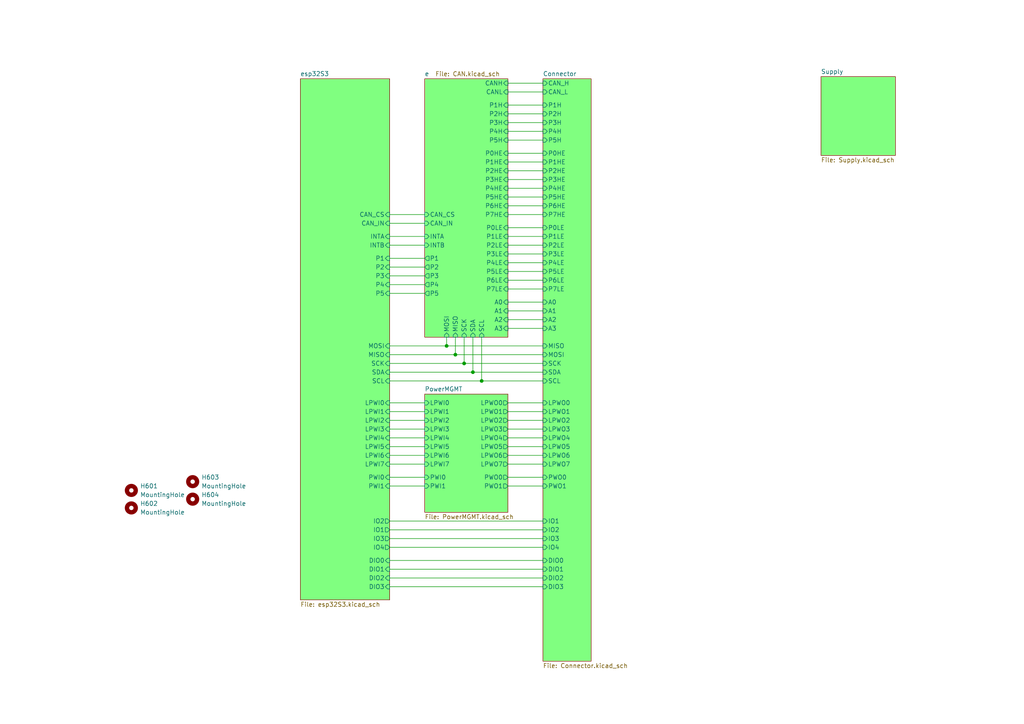
<source format=kicad_sch>
(kicad_sch (version 20250114) (generator "eeschema") (generator_version "9.0")
  (paper "A4")
  (lib_symbols
    (symbol "Mechanical:MountingHole" (pin_names (offset 1.016)) (exclude_from_sim yes) (in_bom no)
      (property "Reference" "H" (at 0 5.08 0))
      (property "Value" "MountingHole" (at 0 3.175 0))
      (symbol "MountingHole_0_1"
        (circle (center 0 0) (radius 1.27) (stroke (width 1.27)))
      )
    )
  )
  (junction (at 134.62 105.41))
  (junction (at 139.7 110.49))
  (junction (at 129.54 100.33))
  (junction (at 132.08 102.87))
  (junction (at 137.16 107.95))
  (wire (pts (xy 129.54 97.79) (xy 129.54 100.33)))
  (wire (pts (xy 147.32 127) (xy 157.48 127)))
  (wire (pts (xy 147.32 124.46) (xy 157.48 124.46)))
  (wire (pts (xy 113.03 85.09) (xy 123.19 85.09)))
  (wire (pts (xy 147.32 40.64) (xy 157.48 40.64)))
  (wire (pts (xy 147.32 38.1) (xy 157.48 38.1)))
  (wire (pts (xy 132.08 102.87) (xy 157.48 102.87)))
  (wire (pts (xy 113.03 129.54) (xy 123.19 129.54)))
  (wire (pts (xy 113.03 121.92) (xy 123.19 121.92)))
  (wire (pts (xy 147.32 52.07) (xy 157.48 52.07)))
  (wire (pts (xy 147.32 129.54) (xy 157.48 129.54)))
  (wire (pts (xy 113.03 105.41) (xy 134.62 105.41)))
  (wire (pts (xy 147.32 49.53) (xy 157.48 49.53)))
  (wire (pts (xy 147.32 81.28) (xy 157.48 81.28)))
  (wire (pts (xy 147.32 57.15) (xy 157.48 57.15)))
  (wire (pts (xy 147.32 132.08) (xy 157.48 132.08)))
  (wire (pts (xy 113.03 134.62) (xy 123.19 134.62)))
  (wire (pts (xy 147.32 59.69) (xy 157.48 59.69)))
  (wire (pts (xy 147.32 90.17) (xy 157.48 90.17)))
  (wire (pts (xy 113.03 119.38) (xy 123.19 119.38)))
  (wire (pts (xy 147.32 71.12) (xy 157.48 71.12)))
  (wire (pts (xy 134.62 105.41) (xy 157.48 105.41)))
  (wire (pts (xy 147.32 78.74) (xy 157.48 78.74)))
  (wire (pts (xy 113.03 165.1) (xy 157.48 165.1)))
  (wire (pts (xy 113.03 100.33) (xy 129.54 100.33)))
  (wire (pts (xy 147.32 44.45) (xy 157.48 44.45)))
  (wire (pts (xy 147.32 30.48) (xy 157.48 30.48)))
  (wire (pts (xy 147.32 87.63) (xy 157.48 87.63)))
  (wire (pts (xy 147.32 68.58) (xy 157.48 68.58)))
  (wire (pts (xy 147.32 138.43) (xy 157.48 138.43)))
  (wire (pts (xy 113.03 158.75) (xy 157.48 158.75)))
  (wire (pts (xy 147.32 24.13) (xy 157.48 24.13)))
  (wire (pts (xy 139.7 97.79) (xy 139.7 110.49)))
  (wire (pts (xy 113.03 116.84) (xy 123.19 116.84)))
  (wire (pts (xy 147.32 134.62) (xy 157.48 134.62)))
  (wire (pts (xy 113.03 68.58) (xy 123.19 68.58)))
  (wire (pts (xy 113.03 62.23) (xy 123.19 62.23)))
  (wire (pts (xy 147.32 119.38) (xy 157.48 119.38)))
  (wire (pts (xy 113.03 132.08) (xy 123.19 132.08)))
  (wire (pts (xy 147.32 73.66) (xy 157.48 73.66)))
  (wire (pts (xy 147.32 62.23) (xy 157.48 62.23)))
  (wire (pts (xy 147.32 35.56) (xy 157.48 35.56)))
  (wire (pts (xy 147.32 92.71) (xy 157.48 92.71)))
  (wire (pts (xy 129.54 100.33) (xy 157.48 100.33)))
  (wire (pts (xy 113.03 82.55) (xy 123.19 82.55)))
  (wire (pts (xy 113.03 151.13) (xy 157.48 151.13)))
  (wire (pts (xy 113.03 153.67) (xy 157.48 153.67)))
  (wire (pts (xy 113.03 107.95) (xy 137.16 107.95)))
  (wire (pts (xy 147.32 33.02) (xy 157.48 33.02)))
  (wire (pts (xy 147.32 46.99) (xy 157.48 46.99)))
  (wire (pts (xy 147.32 83.82) (xy 157.48 83.82)))
  (wire (pts (xy 113.03 71.12) (xy 123.19 71.12)))
  (wire (pts (xy 134.62 97.79) (xy 134.62 105.41)))
  (wire (pts (xy 132.08 97.79) (xy 132.08 102.87)))
  (wire (pts (xy 113.03 77.47) (xy 123.19 77.47)))
  (wire (pts (xy 113.03 64.77) (xy 123.19 64.77)))
  (wire (pts (xy 147.32 121.92) (xy 157.48 121.92)))
  (wire (pts (xy 137.16 97.79) (xy 137.16 107.95)))
  (wire (pts (xy 147.32 95.25) (xy 157.48 95.25)))
  (wire (pts (xy 113.03 138.43) (xy 123.19 138.43)))
  (wire (pts (xy 113.03 124.46) (xy 123.19 124.46)))
  (wire (pts (xy 113.03 170.18) (xy 157.48 170.18)))
  (wire (pts (xy 113.03 80.01) (xy 123.19 80.01)))
  (wire (pts (xy 113.03 127) (xy 123.19 127)))
  (wire (pts (xy 147.32 26.67) (xy 157.48 26.67)))
  (wire (pts (xy 147.32 54.61) (xy 157.48 54.61)))
  (wire (pts (xy 147.32 116.84) (xy 157.48 116.84)))
  (wire (pts (xy 113.03 156.21) (xy 157.48 156.21)))
  (wire (pts (xy 147.32 76.2) (xy 157.48 76.2)))
  (wire (pts (xy 113.03 167.64) (xy 157.48 167.64)))
  (wire (pts (xy 147.32 66.04) (xy 157.48 66.04)))
  (wire (pts (xy 139.7 110.49) (xy 157.48 110.49)))
  (wire (pts (xy 113.03 102.87) (xy 132.08 102.87)))
  (wire (pts (xy 147.32 140.97) (xy 157.48 140.97)))
  (wire (pts (xy 113.03 140.97) (xy 123.19 140.97)))
  (wire (pts (xy 113.03 110.49) (xy 139.7 110.49)))
  (wire (pts (xy 137.16 107.95) (xy 157.48 107.95)))
  (wire (pts (xy 113.03 74.93) (xy 123.19 74.93)))
  (wire (pts (xy 113.03 162.56) (xy 157.48 162.56)))
  (symbol (lib_id "Mechanical:MountingHole") (at 38.1 147.32 0) (unit 1) (exclude_from_sim yes) (in_bom no)
    (property "Reference" "H602" (at 40.64 146.0499 0) (effects (justify left)))
    (property "Value" "MountingHole" (at 40.64 148.5899 0) (effects (justify left)))
    (property "Footprint" "MountingHole:MountingHole_3.2mm_M3_DIN965" (effects (hide yes)))
    (property "Description" "Mounting Hole without connection" (effects (hide yes)))
  )
  (symbol (lib_id "Mechanical:MountingHole") (at 38.1 142.24 0) (unit 1) (exclude_from_sim yes) (in_bom no)
    (property "Reference" "H601" (at 40.64 140.9699 0) (effects (justify left)))
    (property "Value" "MountingHole" (at 40.64 143.5099 0) (effects (justify left)))
    (property "Footprint" "MountingHole:MountingHole_3.2mm_M3_DIN965" (effects (hide yes)))
    (property "Description" "Mounting Hole without connection" (effects (hide yes)))
  )
  (symbol (lib_id "Mechanical:MountingHole") (at 55.88 144.78 0) (unit 1) (exclude_from_sim yes) (in_bom no)
    (property "Reference" "H604" (at 58.42 143.5099 0) (effects (justify left)))
    (property "Value" "MountingHole" (at 58.42 146.0499 0) (effects (justify left)))
    (property "Footprint" "MountingHole:MountingHole_3.2mm_M3_DIN965" (effects (hide yes)))
    (property "Description" "Mounting Hole without connection" (effects (hide yes)))
  )
  (symbol (lib_id "Mechanical:MountingHole") (at 55.88 139.7 0) (unit 1) (exclude_from_sim yes) (in_bom no)
    (property "Reference" "H603" (at 58.42 138.4299 0) (effects (justify left)))
    (property "Value" "MountingHole" (at 58.42 140.9699 0) (effects (justify left)))
    (property "Footprint" "MountingHole:MountingHole_3.2mm_M3_DIN965" (effects (hide yes)))
    (property "Description" "Mounting Hole without connection" (effects (hide yes)))
  )
  (sheet (at 123.19 114.3) (size 24.13 34.29) (stroke (width 0.1524)) (fill (color 128 255 128 1.0000))
    (property "Sheetname" "PowerMGMT" (at 123.19 113.5884 0) (effects (justify left bottom)))
    (property "Sheetfile" "PowerMGMT.kicad_sch" (at 123.19 149.1746 0) (effects (justify left top)))
    (pin "LPWI1" input (at 123.19 119.38 180))
    (pin "LPWI3" input (at 123.19 124.46 180))
    (pin "LPWI2" input (at 123.19 121.92 180))
    (pin "LPWI0" input (at 123.19 116.84 180))
    (pin "LPWI4" input (at 123.19 127 180))
    (pin "LPWI5" input (at 123.19 129.54 180))
    (pin "LPWI7" input (at 123.19 134.62 180))
    (pin "LPWI6" input (at 123.19 132.08 180))
    (pin "PWI0" input (at 123.19 138.43 180))
    (pin "PWI1" input (at 123.19 140.97 180))
    (pin "LPWO1" output (at 147.32 119.38 0))
    (pin "LPWO0" output (at 147.32 116.84 0))
    (pin "LPWO2" output (at 147.32 121.92 0))
    (pin "LPWO3" output (at 147.32 124.46 0))
    (pin "PWO1" output (at 147.32 140.97 0))
    (pin "PWO0" output (at 147.32 138.43 0))
    (pin "LPWO6" output (at 147.32 132.08 0))
    (pin "LPWO7" output (at 147.32 134.62 0))
    (pin "LPWO5" output (at 147.32 129.54 0))
    (pin "LPWO4" output (at 147.32 127 0))
  )
  (sheet (at 157.48 22.86) (size 13.97 168.91) (stroke (width 0.1524)) (fill (color 128 255 128 1.0000))
    (property "Sheetname" "Connector" (at 157.48 22.1484 0) (effects (justify left bottom)))
    (property "Sheetfile" "Connector.kicad_sch" (at 157.48 192.3546 0) (effects (justify left top)))
    (pin "SCL" input (at 157.48 110.49 180))
    (pin "A1" input (at 157.48 90.17 180))
    (pin "A2" input (at 157.48 92.71 180))
    (pin "A0" input (at 157.48 87.63 180))
    (pin "CAN_L" input (at 157.48 26.67 180))
    (pin "CAN_H" input (at 157.48 24.13 180))
    (pin "P5H" input (at 157.48 40.64 180))
    (pin "SDA" input (at 157.48 107.95 180))
    (pin "A3" input (at 157.48 95.25 180))
    (pin "P1H" input (at 157.48 30.48 180))
    (pin "P2H" input (at 157.48 33.02 180))
    (pin "P3H" input (at 157.48 35.56 180))
    (pin "P4H" input (at 157.48 38.1 180))
    (pin "LPWO3" input (at 157.48 124.46 180))
    (pin "LPWO0" input (at 157.48 116.84 180))
    (pin "LPWO1" input (at 157.48 119.38 180))
    (pin "LPWO2" input (at 157.48 121.92 180))
    (pin "LPWO4" input (at 157.48 127 180))
    (pin "LPWO5" input (at 157.48 129.54 180))
    (pin "LPWO6" input (at 157.48 132.08 180))
    (pin "LPWO7" input (at 157.48 134.62 180))
    (pin "PWO1" input (at 157.48 140.97 180))
    (pin "PWO0" input (at 157.48 138.43 180))
    (pin "IO1" input (at 157.48 151.13 180))
    (pin "IO2" input (at 157.48 153.67 180))
    (pin "IO3" input (at 157.48 156.21 180))
    (pin "IO4" input (at 157.48 158.75 180))
    (pin "DIO0" input (at 157.48 162.56 180))
    (pin "DIO1" input (at 157.48 165.1 180))
    (pin "DIO2" input (at 157.48 167.64 180))
    (pin "DIO3" input (at 157.48 170.18 180))
    (pin "MISO" input (at 157.48 100.33 180))
    (pin "MOSI" input (at 157.48 102.87 180))
    (pin "SCK" input (at 157.48 105.41 180))
    (pin "P0HE" input (at 157.48 44.45 180))
    (pin "P1HE" input (at 157.48 46.99 180))
    (pin "P2HE" input (at 157.48 49.53 180))
    (pin "P3HE" input (at 157.48 52.07 180))
    (pin "P4HE" input (at 157.48 54.61 180))
    (pin "P5HE" input (at 157.48 57.15 180))
    (pin "P6HE" input (at 157.48 59.69 180))
    (pin "P7HE" input (at 157.48 62.23 180))
    (pin "P0LE" input (at 157.48 66.04 180))
    (pin "P1LE" input (at 157.48 68.58 180))
    (pin "P2LE" input (at 157.48 71.12 180))
    (pin "P3LE" input (at 157.48 73.66 180))
    (pin "P4LE" input (at 157.48 76.2 180))
    (pin "P5LE" input (at 157.48 78.74 180))
    (pin "P6LE" input (at 157.48 81.28 180))
    (pin "P7LE" input (at 157.48 83.82 180))
  )
  (sheet (at 238.125 22.225) (size 21.59 22.86) (stroke (width 0.1524)) (fill (color 128 255 128 1.0000))
    (property "Sheetname" "Supply" (at 238.125 21.5134 0) (effects (justify left bottom)))
    (property "Sheetfile" "Supply.kicad_sch" (at 238.125 45.6696 0) (effects (justify left top)))
  )
  (sheet (at 87.122 22.86) (size 25.908 151.13) (stroke (width 0.1524)) (fill (color 128 255 128 1.0000))
    (property "Sheetname" "esp32S3" (at 87.122 22.1484 0) (effects (justify left bottom)))
    (property "Sheetfile" "esp32S3.kicad_sch" (at 87.122 174.5746 0) (effects (justify left top)))
    (pin "MOSI" input (at 113.03 100.33 0))
    (pin "MISO" input (at 113.03 102.87 0))
    (pin "SCK" input (at 113.03 105.41 0))
    (pin "SCL" input (at 113.03 110.49 0))
    (pin "SDA" input (at 113.03 107.95 0))
    (pin "CAN_IN" input (at 113.03 64.77 0))
    (pin "CAN_CS" input (at 113.03 62.23 0))
    (pin "LPWI3" input (at 113.03 124.46 0))
    (pin "LPWI6" input (at 113.03 132.08 0))
    (pin "LPWI0" input (at 113.03 116.84 0))
    (pin "LPWI1" input (at 113.03 119.38 0))
    (pin "LPWI2" input (at 113.03 121.92 0))
    (pin "LPWI4" input (at 113.03 127 0))
    (pin "LPWI5" input (at 113.03 129.54 0))
    (pin "LPWI7" input (at 113.03 134.62 0))
    (pin "PWI0" input (at 113.03 138.43 0))
    (pin "PWI1" input (at 113.03 140.97 0))
    (pin "IO2" output (at 113.03 151.13 0))
    (pin "IO1" output (at 113.03 153.67 0))
    (pin "IO3" output (at 113.03 156.21 0))
    (pin "IO4" output (at 113.03 158.75 0))
    (pin "DIO0" input (at 113.03 162.56 0))
    (pin "INTB" input (at 113.03 71.12 0))
    (pin "INTA" input (at 113.03 68.58 0))
    (pin "DIO3" input (at 113.03 170.18 0))
    (pin "DIO1" input (at 113.03 165.1 0))
    (pin "DIO2" input (at 113.03 167.64 0))
    (pin "P5" input (at 113.03 85.09 0))
    (pin "P4" input (at 113.03 82.55 0))
    (pin "P3" input (at 113.03 80.01 0))
    (pin "P2" input (at 113.03 77.47 0))
    (pin "P1" input (at 113.03 74.93 0))
  )
  (sheet (at 123.19 22.86) (size 24.13 74.93) (stroke (width 0.1524)) (fill (color 128 255 128 1.0000))
    (property "Sheetname" "e" (at 123.19 22.1484 0) (effects (justify left bottom)))
    (property "Sheetfile" "CAN.kicad_sch" (at 126.238 20.701 0) (effects (justify left top)))
    (pin "P2H" input (at 147.32 33.02 0))
    (pin "P3H" input (at 147.32 35.56 0))
    (pin "P1H" input (at 147.32 30.48 0))
    (pin "CANH" input (at 147.32 24.13 0))
    (pin "CANL" input (at 147.32 26.67 0))
    (pin "A1" input (at 147.32 90.17 0))
    (pin "A0" input (at 147.32 87.63 0))
    (pin "SCL" input (at 139.7 97.79 270))
    (pin "A2" input (at 147.32 92.71 0))
    (pin "SDA" input (at 137.16 97.79 270))
    (pin "A3" input (at 147.32 95.25 0))
    (pin "CAN_IN" input (at 123.19 64.77 180))
    (pin "SCK" input (at 134.62 97.79 270))
    (pin "CAN_CS" input (at 123.19 62.23 180))
    (pin "MOSI" input (at 129.54 97.79 270))
    (pin "MISO" input (at 132.08 97.79 270))
    (pin "P4H" input (at 147.32 38.1 0))
    (pin "P5H" input (at 147.32 40.64 0))
    (pin "P6HE" input (at 147.32 59.69 0))
    (pin "P2HE" input (at 147.32 49.53 0))
    (pin "P5HE" input (at 147.32 57.15 0))
    (pin "P4HE" input (at 147.32 54.61 0))
    (pin "P1HE" input (at 147.32 46.99 0))
    (pin "INTA" input (at 123.19 68.58 180))
    (pin "INTB" input (at 123.19 71.12 180))
    (pin "P7HE" input (at 147.32 62.23 0))
    (pin "P0HE" input (at 147.32 44.45 0))
    (pin "P1LE" input (at 147.32 68.58 0))
    (pin "P4LE" input (at 147.32 76.2 0))
    (pin "P7LE" input (at 147.32 83.82 0))
    (pin "P0LE" input (at 147.32 66.04 0))
    (pin "P3LE" input (at 147.32 73.66 0))
    (pin "P3HE" input (at 147.32 52.07 0))
    (pin "P2LE" input (at 147.32 71.12 0))
    (pin "P6LE" input (at 147.32 81.28 0))
    (pin "P5LE" input (at 147.32 78.74 0))
    (pin "P3" output (at 123.19 80.01 180))
    (pin "P1" output (at 123.19 74.93 180))
    (pin "P5" output (at 123.19 85.09 180))
    (pin "P4" output (at 123.19 82.55 180))
    (pin "P2" output (at 123.19 77.47 180))
  )
)
</source>
